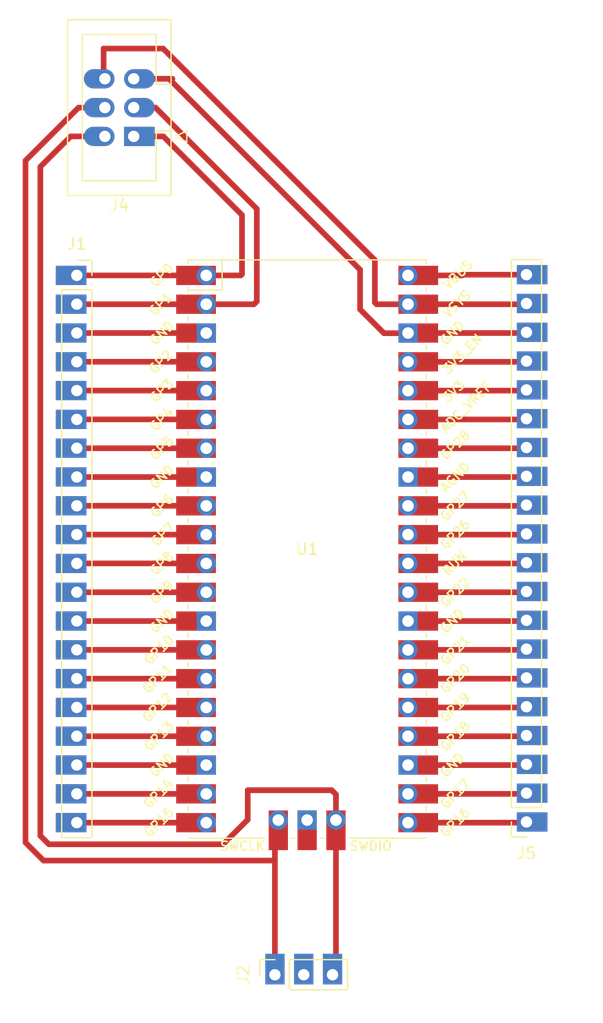
<source format=kicad_pcb>
(kicad_pcb (version 20211014) (generator pcbnew)
  (layers (0 "F.Cu" signal) (31 "B.Cu" signal) (34 "B.Paste" user) (35 "F.Paste" user) (36 "B.SilkS" user "B.Silkscreen") (37 "F.SilkS" user "F.Silkscreen") (38 "B.Mask" user) (39 "F.Mask" user) (44 "Edge.Cuts" user))
  (net 0 "")
  (net 1 "Net-(J1-Pad1)")
  (net 2 "Net-(J1-Pad2)")
  (net 3 "Net-(J1-Pad3)")
  (net 4 "Net-(J1-Pad4)")
  (net 5 "Net-(J1-Pad5)")
  (net 6 "Net-(J1-Pad6)")
  (net 7 "Net-(J1-Pad7)")
  (net 8 "Net-(J1-Pad8)")
  (net 9 "Net-(J1-Pad9)")
  (net 10 "Net-(J1-Pad10)")
  (net 11 "Net-(J1-Pad11)")
  (net 12 "Net-(J1-Pad12)")
  (net 13 "Net-(J1-Pad13)")
  (net 14 "Net-(J1-Pad14)")
  (net 15 "Net-(J1-Pad15)")
  (net 16 "Net-(J1-Pad16)")
  (net 17 "Net-(J1-Pad17)")
  (net 18 "Net-(J1-Pad18)")
  (net 19 "Net-(J1-Pad19)")
  (net 20 "Net-(J1-Pad20)")
  (net 21 "Net-(J2-Pad1)")
  (net 22 "Net-(J2-Pad3)")
  (net 23 "Net-(J4-Pad5)")
  (net 24 "Net-(J4-Pad6)")
  (net 25 "Net-(J5-Pad1)")
  (net 26 "Net-(J5-Pad2)")
  (net 27 "Net-(J5-Pad3)")
  (net 28 "Net-(J5-Pad4)")
  (net 29 "Net-(J5-Pad5)")
  (net 30 "Net-(J5-Pad6)")
  (net 31 "Net-(J5-Pad7)")
  (net 32 "Net-(J5-Pad8)")
  (net 33 "Net-(J5-Pad9)")
  (net 34 "Net-(J5-Pad10)")
  (net 35 "Net-(J5-Pad11)")
  (net 36 "Net-(J5-Pad12)")
  (net 37 "Net-(J5-Pad13)")
  (net 38 "Net-(J5-Pad14)")
  (net 39 "Net-(J5-Pad15)")
  (net 40 "Net-(J5-Pad16)")
  (net 41 "Net-(J5-Pad17)")
  (net 42 "Net-(J5-Pad20)")
  (footprint "Connector_IDC:IDC-Header_2x03_P2.54mm_Vertical" (layer "F.Cu") (at 117.1525 49.845 180)
    (fp_text reference "J4" (at 1.27 -6.1) (layer "F.SilkS"))
    (fp_text value "Conn_02x03_Odd_Even")
    (fp_line (start 5.83 -5.21) (end 5.83 10.29) (layer "F.SilkS") (width 0.12))
    (fp_line (start -4.68 -0.5) (end -4.68 0.5) (layer "F.SilkS") (width 0.12))
    (fp_line (start -3.68 0) (end -4.68 -0.5) (layer "F.SilkS") (width 0.12))
    (fp_line (start -3.29 -5.21) (end 5.83 -5.21) (layer "F.SilkS") (width 0.12))
    (fp_line (start 5.83 10.29) (end -3.29 10.29) (layer "F.SilkS") (width 0.12))
    (fp_line (start -3.29 0.49) (end -1.98 0.49) (layer "F.SilkS") (width 0.12))
    (fp_line (start -1.98 -3.91) (end 4.52 -3.91) (layer "F.SilkS") (width 0.12))
    (fp_line (start -4.68 0.5) (end -3.68 0) (layer "F.SilkS") (width 0.12))
    (fp_line (start -1.98 4.59) (end -1.98 4.59) (layer "F.SilkS") (width 0.12))
    (fp_line (start -1.98 4.59) (end -3.29 4.59) (layer "F.SilkS") (width 0.12))
    (fp_line (start -1.98 8.99) (end -1.98 4.59) (layer "F.SilkS") (width 0.12))
    (fp_line (start -3.29 10.29) (end -3.29 -5.21) (layer "F.SilkS") (width 0.12))
    (fp_line (start 4.52 -3.91) (end 4.52 8.99) (layer "F.SilkS") (width 0.12))
    (fp_line (start 4.52 8.99) (end -1.98 8.99) (layer "F.SilkS") (width 0.12))
    (fp_line (start -1.98 0.49) (end -1.98 -3.91) (layer "F.SilkS") (width 0.12))
    (pad "1" thru_hole rect (at 0 0 180) (size 2.7 1.7) (drill 1 (offset -0.5 0)) (layers *.Cu *.Mask) (net 1 "Net-(J1-Pad1)"))
    (pad "2" thru_hole oval (at 2.54 0 180) (size 2.7 1.7) (drill 1 (offset 0.5 0)) (layers *.Cu *.Mask) (net 22 "Net-(J2-Pad3)"))
    (pad "3" thru_hole oval (at 0 2.54 180) (size 2.7 1.7) (drill 1 (offset -0.5 0)) (layers *.Cu *.Mask) (net 2 "Net-(J1-Pad2)"))
    (pad "4" thru_hole oval (at 2.54 2.54 180) (size 2.7 1.7) (drill 1 (offset 0.5 0)) (layers *.Cu *.Mask) (net 21 "Net-(J2-Pad1)"))
    (pad "5" thru_hole oval (at 0 5.08 180) (size 2.7 1.7) (drill 1 (offset -0.5 0)) (layers *.Cu *.Mask) (net 23 "Net-(J4-Pad5)"))
    (pad "6" thru_hole oval (at 2.54 5.08 180) (size 2.7 1.7) (drill 1 (offset 0.5 0)) (layers *.Cu *.Mask) (net 24 "Net-(J4-Pad6)"))
  )
  (footprint "Connector_PinSocket_2.54mm:PinSocket_1x20_P2.54mm_Vertical" (layer "F.Cu") (at 112.1375 62.1)
    (fp_text reference "J1" (at 0 -2.77) (layer "F.SilkS"))
    (fp_text value "Conn_01x20_Male")
    (fp_line (start 1.33 -1.33) (end 1.33 0) (layer "F.SilkS") (width 0.12))
    (fp_line (start -1.33 1.27) (end -1.33 49.59) (layer "F.SilkS") (width 0.12))
    (fp_line (start -1.33 49.59) (end 1.33 49.59) (layer "F.SilkS") (width 0.12))
    (fp_line (start 0 -1.33) (end 1.33 -1.33) (layer "F.SilkS") (width 0.12))
    (fp_line (start 1.33 1.27) (end 1.33 49.59) (layer "F.SilkS") (width 0.12))
    (fp_line (start -1.33 1.27) (end 1.33 1.27) (layer "F.SilkS") (width 0.12))
    (pad "1" thru_hole rect locked (at 0 0) (size 2.7 1.7) (drill 1 (offset -0.5 0)) (layers *.Cu *.Mask) (net 1 "Net-(J1-Pad1)"))
    (pad "2" thru_hole rect (at 0 2.54) (size 2.7 1.7) (drill 1 (offset -0.5 0)) (layers *.Cu *.Mask) (net 2 "Net-(J1-Pad2)"))
    (pad "3" thru_hole rect (at 0 5.08) (size 2.7 1.7) (drill 1 (offset -0.5 0)) (layers *.Cu *.Mask) (net 3 "Net-(J1-Pad3)"))
    (pad "4" thru_hole rect (at 0 7.62) (size 2.7 1.7) (drill 1 (offset -0.5 0)) (layers *.Cu *.Mask) (net 4 "Net-(J1-Pad4)"))
    (pad "5" thru_hole rect (at 0 10.16) (size 2.7 1.7) (drill 1 (offset -0.5 0)) (layers *.Cu *.Mask) (net 5 "Net-(J1-Pad5)"))
    (pad "6" thru_hole rect (at 0 12.7) (size 2.7 1.7) (drill 1 (offset -0.5 0)) (layers *.Cu *.Mask) (net 6 "Net-(J1-Pad6)"))
    (pad "7" thru_hole rect (at 0 15.24) (size 2.7 1.7) (drill 1 (offset -0.5 0)) (layers *.Cu *.Mask) (net 7 "Net-(J1-Pad7)"))
    (pad "8" thru_hole rect (at 0 17.78) (size 2.7 1.7) (drill 1 (offset -0.5 0)) (layers *.Cu *.Mask) (net 8 "Net-(J1-Pad8)"))
    (pad "9" thru_hole rect (at 0 20.32) (size 2.7 1.7) (drill 1 (offset -0.5 0)) (layers *.Cu *.Mask) (net 9 "Net-(J1-Pad9)"))
    (pad "10" thru_hole rect (at 0 22.86) (size 2.7 1.7) (drill 1 (offset -0.5 0)) (layers *.Cu *.Mask) (net 10 "Net-(J1-Pad10)"))
    (pad "11" thru_hole rect (at 0 25.4) (size 2.7 1.7) (drill 1 (offset -0.5 0)) (layers *.Cu *.Mask) (net 11 "Net-(J1-Pad11)"))
    (pad "12" thru_hole rect (at 0 27.94) (size 2.7 1.7) (drill 1 (offset -0.5 0)) (layers *.Cu *.Mask) (net 12 "Net-(J1-Pad12)"))
    (pad "13" thru_hole rect (at 0 30.48) (size 2.7 1.7) (drill 1 (offset -0.5 0)) (layers *.Cu *.Mask) (net 13 "Net-(J1-Pad13)"))
    (pad "14" thru_hole rect (at 0 33.02) (size 2.7 1.7) (drill 1 (offset -0.5 0)) (layers *.Cu *.Mask) (net 14 "Net-(J1-Pad14)"))
    (pad "15" thru_hole rect (at 0 35.56) (size 2.7 1.7) (drill 1 (offset -0.5 0)) (layers *.Cu *.Mask) (net 15 "Net-(J1-Pad15)"))
    (pad "16" thru_hole rect (at 0 38.1) (size 2.7 1.7) (drill 1 (offset -0.5 0)) (layers *.Cu *.Mask) (net 16 "Net-(J1-Pad16)"))
    (pad "17" thru_hole rect (at 0 40.64) (size 2.7 1.7) (drill 1 (offset -0.5 0)) (layers *.Cu *.Mask) (net 17 "Net-(J1-Pad17)"))
    (pad "18" thru_hole rect (at 0 43.18) (size 2.7 1.7) (drill 1 (offset -0.5 0)) (layers *.Cu *.Mask) (net 18 "Net-(J1-Pad18)"))
    (pad "19" thru_hole rect (at 0 45.72) (size 2.7 1.7) (drill 1 (offset -0.5 0)) (layers *.Cu *.Mask) (net 19 "Net-(J1-Pad19)"))
    (pad "20" thru_hole rect (at 0 48.26) (size 2.7 1.7) (drill 1 (offset -0.5 0)) (layers *.Cu *.Mask) (net 20 "Net-(J1-Pad20)"))
  )
  (footprint "Connector_PinSocket_2.54mm:PinSocket_1x03_P2.54mm_Vertical" (layer "F.Cu") (at 129.595 123.775 90)
    (fp_text reference "J2" (at 0 -2.77 90) (layer "F.SilkS"))
    (fp_text value "Conn_01x03_Male")
    (fp_line (start -1.33 1.27) (end -1.33 6.41) (layer "F.SilkS") (width 0.12))
    (fp_line (start 1.33 -1.33) (end 1.33 0) (layer "F.SilkS") (width 0.12))
    (fp_line (start 0 -1.33) (end 1.33 -1.33) (layer "F.SilkS") (width 0.12))
    (fp_line (start -1.33 1.27) (end 1.33 1.27) (layer "F.SilkS") (width 0.12))
    (fp_line (start -1.33 6.41) (end 1.33 6.41) (layer "F.SilkS") (width 0.12))
    (fp_line (start 1.33 1.27) (end 1.33 6.41) (layer "F.SilkS") (width 0.12))
    (pad "1" thru_hole rect (at 0 0 90) (size 2.7 1.7) (drill 1 (offset 0.5 0)) (layers *.Cu *.Mask) (net 21 "Net-(J2-Pad1)"))
    (pad "2" thru_hole rect (at 0 2.54 90) (size 2.7 1.7) (drill 1 (offset 0.5 0)) (layers *.Cu *.Mask))
    (pad "3" thru_hole rect (at 0 5.08 90) (size 2.7 1.7) (drill 1 (offset 0.5 0)) (layers *.Cu *.Mask) (net 22 "Net-(J2-Pad3)"))
  )
  (footprint "MCU_RaspberryPi_and_Boards:RPi_Pico_SMD_TH" (layer "F.Cu") (at 132.435 86.235)
    (fp_text reference "U1" (at 0 0) (layer "F.SilkS"))
    (fp_text value "Pico")
    (fp_text user "GP21" (at 13.054 8.9 45) (layer "F.SilkS") (effects (font (size 0.8 0.8))))
    (fp_text user "GP8" (at -12.8 1.27 45) (layer "F.SilkS") (effects (font (size 0.8 0.8))))
    (fp_text user "VBUS" (at 13.3 -24.2 45) (layer "F.SilkS") (effects (font (size 0.8 0.8))))
    (fp_text user "GND" (at -12.8 -19.05 45) (layer "F.SilkS") (effects (font (size 0.8 0.8))))
    (fp_text user "GP1" (at -12.9 -21.6 45) (layer "F.SilkS") (effects (font (size 0.8 0.8))))
    (fp_text user "GP19" (at 13.054 13.97 45) (layer "F.SilkS") (effects (font (size 0.8 0.8))))
    (fp_text user "GP18" (at 13.054 16.51 45) (layer "F.SilkS") (effects (font (size 0.8 0.8))))
    (fp_text user "GP4" (at -12.8 -11.43 45) (layer "F.SilkS") (effects (font (size 0.8 0.8))))
    (fp_text user "GP9" (at -12.8 3.81 45) (layer "F.SilkS") (effects (font (size 0.8 0.8))))
    (fp_text user "GND" (at 12.8 6.35 45) (layer "F.SilkS") (effects (font (size 0.8 0.8))))
    (fp_text user "GP20" (at 13.054 11.43 45) (layer "F.SilkS") (effects (font (size 0.8 0.8))))
    (fp_text user "RUN" (at 13 1.27 45) (layer "F.SilkS") (effects (font (size 0.8 0.8))))
    (fp_text user "GP3" (at -12.8 -13.97 45) (layer "F.SilkS") (effects (font (size 0.8 0.8))))
    (fp_text user "GP7" (at -12.7 -1.3 45) (layer "F.SilkS") (effects (font (size 0.8 0.8))))
    (fp_text user "GP10" (at -13.054 8.89 45) (layer "F.SilkS") (effects (font (size 0.8 0.8))))
    (fp_text user "GP6" (at -12.8 -3.81 45) (layer "F.SilkS") (effects (font (size 0.8 0.8))))
    (fp_text user "3V3_EN" (at 13.7 -17.2 45) (layer "F.SilkS") (effects (font (size 0.8 0.8))))
    (fp_text user "GP2" (at -12.9 -16.51 45) (layer "F.SilkS") (effects (font (size 0.8 0.8))))
    (fp_text user "GP22" (at 13.054 3.81 45) (layer "F.SilkS") (effects (font (size 0.8 0.8))))
    (fp_text user "GND" (at 12.8 19.05 45) (layer "F.SilkS") (effects (font (size 0.8 0.8))))
    (fp_text user "GP17" (at 13.054 21.59 45) (layer "F.SilkS") (effects (font (size 0.8 0.8))))
    (fp_text user "GP0" (at -12.8 -24.13 45) (layer "F.SilkS") (effects (font (size 0.8 0.8))))
    (fp_text user "GP28" (at 13.054 -9.144 45) (layer "F.SilkS") (effects (font (size 0.8 0.8))))
    (fp_text user "GP5" (at -12.8 -8.89 45) (layer "F.SilkS") (effects (font (size 0.8 0.8))))
    (fp_text user "GND" (at -12.8 19.05 45) (layer "F.SilkS") (effects (font (size 0.8 0.8))))
    (fp_text user "GP26" (at 13.054 -1.27 45) (layer "F.SilkS") (effects (font (size 0.8 0.8))))
    (fp_text user "GP13" (at -13.054 16.51 45) (layer "F.SilkS") (effects (font (size 0.8 0.8))))
    (fp_text user "GP15" (at -13.054 24.13 45) (layer "F.SilkS") (effects (font (size 0.8 0.8))))
    (fp_text user "GP16" (at 13.054 24.13 45) (layer "F.SilkS") (effects (font (size 0.8 0.8))))
    (fp_text user "3V3" (at 12.9 -13.9 45) (layer "F.SilkS") (effects (font (size 0.8 0.8))))
    (fp_text user "SWCLK" (at -5.7 26.2) (layer "F.SilkS") (effects (font (size 0.8 0.8))))
    (fp_text user "VSYS" (at 13.2 -21.59 45) (layer "F.SilkS") (effects (font (size 0.8 0.8))))
    (fp_text user "GP11" (at -13.2 11.43 45) (layer "F.SilkS") (effects (font (size 0.8 0.8))))
    (fp_text user "GND" (at 12.8 -19.05 45) (layer "F.SilkS") (effects (font (size 0.8 0.8))))
    (fp_text user "GND" (at -12.8 6.35 45) (layer "F.SilkS") (effects (font (size 0.8 0.8))))
    (fp_text user "ADC_VREF" (at 14 -12.5 45) (layer "F.SilkS") (effects (font (size 0.8 0.8))))
    (fp_text user "GP14" (at -13.1 21.59 45) (layer "F.SilkS") (effects (font (size 0.8 0.8))))
    (fp_text user "AGND" (at 13.054 -6.35 45) (layer "F.SilkS") (effects (font (size 0.8 0.8))))
    (fp_text user "GP12" (at -13.2 13.97 45) (layer "F.SilkS") (effects (font (size 0.8 0.8))))
    (fp_text user "GND" (at -12.8 -6.35 45) (layer "F.SilkS") (effects (font (size 0.8 0.8))))
    (fp_text user "GP27" (at 13.054 -3.8 45) (layer "F.SilkS") (effects (font (size 0.8 0.8))))
    (fp_text user "SWDIO" (at 5.6 26.2) (layer "F.SilkS") (effects (font (size 0.8 0.8))))
    (fp_line (start 10.5 10) (end 10.5 10.4) (layer "F.SilkS") (width 0.12))
    (fp_line (start 10.5 -2.7) (end 10.5 -2.3) (layer "F.SilkS") (width 0.12))
    (fp_line (start 10.5 20.1) (end 10.5 20.5) (layer "F.SilkS") (width 0.12))
    (fp_line (start 10.5 17.6) (end 10.5 18) (layer "F.SilkS") (width 0.12))
    (fp_line (start 10.5 -0.2) (end 10.5 0.2) (layer "F.SilkS") (width 0.12))
    (fp_line (start 10.5 2.3) (end 10.5 2.7) (layer "F.SilkS") (width 0.12))
    (fp_line (start -7.493 -22.833) (end -7.493 -25.5) (layer "F.SilkS") (width 0.12))
    (fp_line (start -10.5 -5.3) (end -10.5 -4.9) (layer "F.SilkS") (width 0.12))
    (fp_line (start 10.5 22.7) (end 10.5 23.1) (layer "F.SilkS") (width 0.12))
    (fp_line (start 10.5 25.5) (end 3.7 25.5) (layer "F.SilkS") (width 0.12))
    (fp_line (start -10.5 10) (end -10.5 10.4) (layer "F.SilkS") (width 0.12))
    (fp_line (start -10.5 2.3) (end -10.5 2.7) (layer "F.SilkS") (width 0.12))
    (fp_line (start 10.5 -5.3) (end 10.5 -4.9) (layer "F.SilkS") (width 0.12))
    (fp_line (start 10.5 15.1) (end 10.5 15.5) (layer "F.SilkS") (width 0.12))
    (fp_line (start -10.5 -22.833) (end -7.493 -22.833) (layer "F.SilkS") (width 0.12))
    (fp_line (start 1.1 25.5) (end 1.5 25.5) (layer "F.SilkS") (width 0.12))
    (fp_line (start -10.5 15.1) (end -10.5 15.5) (layer "F.SilkS") (width 0.12))
    (fp_line (start -10.5 -12.9) (end -10.5 -12.5) (layer "F.SilkS") (width 0.12))
    (fp_line (start -10.5 -0.2) (end -10.5 0.2) (layer "F.SilkS") (width 0.12))
    (fp_line (start -3.7 25.5) (end -10.5 25.5) (layer "F.SilkS") (width 0.12))
    (fp_line (start -10.5 -7.8) (end -10.5 -7.4) (layer "F.SilkS") (width 0.12))
    (fp_line (start 10.5 -20.5) (end 10.5 -20.1) (layer "F.SilkS") (width 0.12))
    (fp_line (start 10.5 12.5) (end 10.5 12.9) (layer "F.SilkS") (width 0.12))
    (fp_line (start -10.5 -25.5) (end 10.5 -25.5) (layer "F.SilkS") (width 0.12))
    (fp_line (start 10.5 -15.4) (end 10.5 -15) (layer "F.SilkS") (width 0.12))
    (fp_line (start -10.5 -2.7) (end -10.5 -2.3) (layer "F.SilkS") (width 0.12))
    (fp_line (start -10.5 -20.5) (end -10.5 -20.1) (layer "F.SilkS") (width 0.12))
    (fp_line (start -10.5 20.1) (end -10.5 20.5) (layer "F.SilkS") (width 0.12))
    (fp_line (start -10.5 22.7) (end -10.5 23.1) (layer "F.SilkS") (width 0.12))
    (fp_line (start -10.5 -10.4) (end -10.5 -10) (layer "F.SilkS") (width 0.12))
    (fp_line (start 10.5 -10.4) (end 10.5 -10) (layer "F.SilkS") (width 0.12))
    (fp_line (start 10.5 -23.1) (end 10.5 -22.7) (layer "F.SilkS") (width 0.12))
    (fp_line (start -10.5 -18) (end -10.5 -17.6) (layer "F.SilkS") (width 0.12))
    (fp_line (start -10.5 -25.5) (end -10.5 -25.2) (layer "F.SilkS") (width 0.12))
    (fp_line (start 10.5 -7.8) (end 10.5 -7.4) (layer "F.SilkS") (width 0.12))
    (fp_line (start -10.5 4.9) (end -10.5 5.3) (layer "F.SilkS") (width 0.12))
    (fp_line (start 10.5 -18) (end 10.5 -17.6) (layer "F.SilkS") (width 0.12))
    (fp_line (start -1.5 25.5) (end -1.1 25.5) (layer "F.SilkS") (width 0.12))
    (fp_line (start -10.5 -23.1) (end -10.5 -22.7) (layer "F.SilkS") (width 0.12))
    (fp_line (start 10.5 4.9) (end 10.5 5.3) (layer "F.SilkS") (width 0.12))
    (fp_line (start -10.5 17.6) (end -10.5 18) (layer "F.SilkS") (width 0.12))
    (fp_line (start -10.5 -15.4) (end -10.5 -15) (layer "F.SilkS") (width 0.12))
    (fp_line (start -10.5 12.5) (end -10.5 12.9) (layer "F.SilkS") (width 0.12))
    (fp_line (start 10.5 -12.9) (end 10.5 -12.5) (layer "F.SilkS") (width 0.12))
    (fp_line (start -10.5 7.4) (end -10.5 7.8) (layer "F.SilkS") (width 0.12))
    (fp_line (start 10.5 -25.5) (end 10.5 -25.2) (layer "F.SilkS") (width 0.12))
    (fp_line (start 10.5 7.4) (end 10.5 7.8) (layer "F.SilkS") (width 0.12))
    (pad "" np_thru_hole oval (at 2.425 -20.97) (size 1.5 1.5) (drill 1.5) (layers *.Cu *.Mask))
    (pad "" np_thru_hole oval (at 2.725 -24) (size 1.8 1.8) (drill 1.8) (layers *.Cu *.Mask))
    (pad "" np_thru_hole oval (at -2.425 -20.97) (size 1.5 1.5) (drill 1.5) (layers *.Cu *.Mask))
    (pad "" np_thru_hole oval (at -2.725 -24) (size 1.8 1.8) (drill 1.8) (layers *.Cu *.Mask))
    (pad "1" thru_hole oval (at -8.89 -24.13) (size 1.7 1.7) (drill 1.02) (layers *.Cu *.Mask) (net 1 "Net-(J1-Pad1)"))
    (pad "1" smd rect (at -8.89 -24.13) (size 3.5 1.7) (drill (offset -0.9 0)) (layers "F.Cu" "F.Mask") (net 1 "Net-(J1-Pad1)"))
    (pad "2" thru_hole oval (at -8.89 -21.59) (size 1.7 1.7) (drill 1.02) (layers *.Cu *.Mask) (net 2 "Net-(J1-Pad2)"))
    (pad "2" smd rect (at -8.89 -21.59) (size 3.5 1.7) (drill (offset -0.9 0)) (layers "F.Cu" "F.Mask") (net 2 "Net-(J1-Pad2)"))
    (pad "3" thru_hole rect (at -8.89 -19.05) (size 1.7 1.7) (drill 1.02) (layers *.Cu *.Mask) (net 3 "Net-(J1-Pad3)"))
    (pad "3" smd rect (at -8.89 -19.05) (size 3.5 1.7) (drill (offset -0.9 0)) (layers "F.Cu" "F.Mask") (net 3 "Net-(J1-Pad3)"))
    (pad "4" smd rect (at -8.89 -16.51) (size 3.5 1.7) (drill (offset -0.9 0)) (layers "F.Cu" "F.Mask") (net 4 "Net-(J1-Pad4)"))
    (pad "4" thru_hole oval (at -8.89 -16.51) (size 1.7 1.7) (drill 1.02) (layers *.Cu *.Mask) (net 4 "Net-(J1-Pad4)"))
    (pad "5" smd rect (at -8.89 -13.97) (size 3.5 1.7) (drill (offset -0.9 0)) (layers "F.Cu" "F.Mask") (net 5 "Net-(J1-Pad5)"))
    (pad "5" thru_hole oval (at -8.89 -13.97) (size 1.7 1.7) (drill 1.02) (layers *.Cu *.Mask) (net 5 "Net-(J1-Pad5)"))
    (pad "6" smd rect (at -8.89 -11.43) (size 3.5 1.7) (drill (offset -0.9 0)) (layers "F.Cu" "F.Mask") (net 6 "Net-(J1-Pad6)"))
    (pad "6" thru_hole oval (at -8.89 -11.43) (size 1.7 1.7) (drill 1.02) (layers *.Cu *.Mask) (net 6 "Net-(J1-Pad6)"))
    (pad "7" thru_hole oval (at -8.89 -8.89) (size 1.7 1.7) (drill 1.02) (layers *.Cu *.Mask) (net 7 "Net-(J1-Pad7)"))
    (pad "7" smd rect (at -8.89 -8.89) (size 3.5 1.7) (drill (offset -0.9 0)) (layers "F.Cu" "F.Mask") (net 7 "Net-(J1-Pad7)"))
    (pad "8" thru_hole rect (at -8.89 -6.35) (size 1.7 1.7) (drill 1.02) (layers *.Cu *.Mask) (net 8 "Net-(J1-Pad8)"))
    (pad "8" smd rect (at -8.89 -6.35) (size 3.5 1.7) (drill (offset -0.9 0)) (layers "F.Cu" "F.Mask") (net 8 "Net-(J1-Pad8)"))
    (pad "9" smd rect (at -8.89 -3.81) (size 3.5 1.7) (drill (offset -0.9 0)) (layers "F.Cu" "F.Mask") (net 9 "Net-(J1-Pad9)"))
    (pad "9" thru_hole oval (at -8.89 -3.81) (size 1.7 1.7) (drill 1.02) (layers *.Cu *.Mask) (net 9 "Net-(J1-Pad9)"))
    (pad "10" smd rect (at -8.89 -1.27) (size 3.5 1.7) (drill (offset -0.9 0)) (layers "F.Cu" "F.Mask") (net 10 "Net-(J1-Pad10)"))
    (pad "10" thru_hole oval (at -8.89 -1.27) (size 1.7 1.7) (drill 1.02) (layers *.Cu *.Mask) (net 10 "Net-(J1-Pad10)"))
    (pad "11" smd rect (at -8.89 1.27) (size 3.5 1.7) (drill (offset -0.9 0)) (layers "F.Cu" "F.Mask") (net 11 "Net-(J1-Pad11)"))
    (pad "11" thru_hole oval (at -8.89 1.27) (size 1.7 1.7) (drill 1.02) (layers *.Cu *.Mask) (net 11 "Net-(J1-Pad11)"))
    (pad "12" thru_hole oval (at -8.89 3.81) (size 1.7 1.7) (drill 1.02) (layers *.Cu *.Mask) (net 12 "Net-(J1-Pad12)"))
    (pad "12" smd rect (at -8.89 3.81) (size 3.5 1.7) (drill (offset -0.9 0)) (layers "F.Cu" "F.Mask") (net 12 "Net-(J1-Pad12)"))
    (pad "13" thru_hole rect (at -8.89 6.35) (size 1.7 1.7) (drill 1.02) (layers *.Cu *.Mask) (net 13 "Net-(J1-Pad13)"))
    (pad "13" smd rect (at -8.89 6.35) (size 3.5 1.7) (drill (offset -0.9 0)) (layers "F.Cu" "F.Mask") (net 13 "Net-(J1-Pad13)"))
    (pad "14" thru_hole oval (at -8.89 8.89) (size 1.7 1.7) (drill 1.02) (layers *.Cu *.Mask) (net 14 "Net-(J1-Pad14)"))
    (pad "14" smd rect (at -8.89 8.89) (size 3.5 1.7) (drill (offset -0.9 0)) (layers "F.Cu" "F.Mask") (net 14 "Net-(J1-Pad14)"))
    (pad "15" thru_hole oval (at -8.89 11.43) (size 1.7 1.7) (drill 1.02) (layers *.Cu *.Mask) (net 15 "Net-(J1-Pad15)"))
    (pad "15" smd rect (at -8.89 11.43) (size 3.5 1.7) (drill (offset -0.9 0)) (layers "F.Cu" "F.Mask") (net 15 "Net-(J1-Pad15)"))
    (pad "16" thru_hole oval (at -8.89 13.97) (size 1.7 1.7) (drill 1.02) (layers *.Cu *.Mask) (net 16 "Net-(J1-Pad16)"))
    (pad "16" smd rect (at -8.89 13.97) (size 3.5 1.7) (drill (offset -0.9 0)) (layers "F.Cu" "F.Mask") (net 16 "Net-(J1-Pad16)"))
    (pad "17" smd rect (at -8.89 16.51) (size 3.5 1.7) (drill (offset -0.9 0)) (layers "F.Cu" "F.Mask") (net 17 "Net-(J1-Pad17)"))
    (pad "17" thru_hole oval (at -8.89 16.51) (size 1.7 1.7) (drill 1.02) (layers *.Cu *.Mask) (net 17 "Net-(J1-Pad17)"))
    (pad "18" thru_hole rect (at -8.89 19.05) (size 1.7 1.7) (drill 1.02) (layers *.Cu *.Mask) (net 18 "Net-(J1-Pad18)"))
    (pad "18" smd rect (at -8.89 19.05) (size 3.5 1.7) (drill (offset -0.9 0)) (layers "F.Cu" "F.Mask") (net 18 "Net-(J1-Pad18)"))
    (pad "19" thru_hole oval (at -8.89 21.59) (size 1.7 1.7) (drill 1.02) (layers *.Cu *.Mask) (net 19 "Net-(J1-Pad19)"))
    (pad "19" smd rect (at -8.89 21.59) (size 3.5 1.7) (drill (offset -0.9 0)) (layers "F.Cu" "F.Mask") (net 19 "Net-(J1-Pad19)"))
    (pad "20" thru_hole oval (at -8.89 24.13) (size 1.7 1.7) (drill 1.02) (layers *.Cu *.Mask) (net 20 "Net-(J1-Pad20)"))
    (pad "20" smd rect (at -8.89 24.13) (size 3.5 1.7) (drill (offset -0.9 0)) (layers "F.Cu" "F.Mask") (net 20 "Net-(J1-Pad20)"))
    (pad "21" smd rect (at 8.89 24.13) (size 3.5 1.7) (drill (offset 0.9 0)) (layers "F.Cu" "F.Mask") (net 25 "Net-(J5-Pad1)"))
    (pad "21" thru_hole oval (at 8.89 24.13) (size 1.7 1.7) (drill 1.02) (layers *.Cu *.Mask) (net 25 "Net-(J5-Pad1)"))
    (pad "22" smd rect (at 8.89 21.59) (size 3.5 1.7) (drill (offset 0.9 0)) (layers "F.Cu" "F.Mask") (net 26 "Net-(J5-Pad2)"))
    (pad "22" thru_hole oval (at 8.89 21.59) (size 1.7 1.7) (drill 1.02) (layers *.Cu *.Mask) (net 26 "Net-(J5-Pad2)"))
    (pad "23" smd rect (at 8.89 19.05) (size 3.5 1.7) (drill (offset 0.9 0)) (layers "F.Cu" "F.Mask") (net 27 "Net-(J5-Pad3)"))
    (pad "23" thru_hole rect (at 8.89 19.05) (size 1.7 1.7) (drill 1.02) (layers *.Cu *.Mask) (net 27 "Net-(J5-Pad3)"))
    (pad "24" smd rect (at 8.89 16.51) (size 3.5 1.7) (drill (offset 0.9 0)) (layers "F.Cu" "F.Mask") (net 28 "Net-(J5-Pad4)"))
    (pad "24" thru_hole oval (at 8.89 16.51) (size 1.7 1.7) (drill 1.02) (layers *.Cu *.Mask) (net 28 "Net-(J5-Pad4)"))
    (pad "25" smd rect (at 8.89 13.97) (size 3.5 1.7) (drill (offset 0.9 0)) (layers "F.Cu" "F.Mask") (net 29 "Net-(J5-Pad5)"))
    (pad "25" thru_hole oval (at 8.89 13.97) (size 1.7 1.7) (drill 1.02) (layers *.Cu *.Mask) (net 29 "Net-(J5-Pad5)"))
    (pad "26" smd rect (at 8.89 11.43) (size 3.5 1.7) (drill (offset 0.9 0)) (layers "F.Cu" "F.Mask") (net 30 "Net-(J5-Pad6)"))
    (pad "26" thru_hole oval (at 8.89 11.43) (size 1.7 1.7) (drill 1.02) (layers *.Cu *.Mask) (net 30 "Net-(J5-Pad6)"))
    (pad "27" smd rect (at 8.89 8.89) (size 3.5 1.7) (drill (offset 0.9 0)) (layers "F.Cu" "F.Mask") (net 31 "Net-(J5-Pad7)"))
    (pad "27" thru_hole oval (at 8.89 8.89) (size 1.7 1.7) (drill 1.02) (layers *.Cu *.Mask) (net 31 "Net-(J5-Pad7)"))
    (pad "28" smd rect (at 8.89 6.35) (size 3.5 1.7) (drill (offset 0.9 0)) (layers "F.Cu" "F.Mask") (net 32 "Net-(J5-Pad8)"))
    (pad "28" thru_hole rect (at 8.89 6.35) (size 1.7 1.7) (drill 1.02) (layers *.Cu *.Mask) (net 32 "Net-(J5-Pad8)"))
    (pad "29" smd rect (at 8.89 3.81) (size 3.5 1.7) (drill (offset 0.9 0)) (layers "F.Cu" "F.Mask") (net 33 "Net-(J5-Pad9)"))
    (pad "29" thru_hole oval (at 8.89 3.81) (size 1.7 1.7) (drill 1.02) (layers *.Cu *.Mask) (net 33 "Net-(J5-Pad9)"))
    (pad "30" smd rect (at 8.89 1.27) (size 3.5 1.7) (drill (offset 0.9 0)) (layers "F.Cu" "F.Mask") (net 34 "Net-(J5-Pad10)"))
    (pad "30" thru_hole oval (at 8.89 1.27) (size 1.7 1.7) (drill 1.02) (layers *.Cu *.Mask) (net 34 "Net-(J5-Pad10)"))
    (pad "31" thru_hole oval (at 8.89 -1.27) (size 1.7 1.7) (drill 1.02) (layers *.Cu *.Mask) (net 35 "Net-(J5-Pad11)"))
    (pad "31" smd rect (at 8.89 -1.27) (size 3.5 1.7) (drill (offset 0.9 0)) (layers "F.Cu" "F.Mask") (net 35 "Net-(J5-Pad11)"))
    (pad "32" smd rect (at 8.89 -3.81) (size 3.5 1.7) (drill (offset 0.9 0)) (layers "F.Cu" "F.Mask") (net 36 "Net-(J5-Pad12)"))
    (pad "32" thru_hole oval (at 8.89 -3.81) (size 1.7 1.7) (drill 1.02) (layers *.Cu *.Mask) (net 36 "Net-(J5-Pad12)"))
    (pad "33" thru_hole rect (at 8.89 -6.35) (size 1.7 1.7) (drill 1.02) (layers *.Cu *.Mask) (net 37 "Net-(J5-Pad13)"))
    (pad "33" smd rect (at 8.89 -6.35) (size 3.5 1.7) (drill (offset 0.9 0)) (layers "F.Cu" "F.Mask") (net 37 "Net-(J5-Pad13)"))
    (pad "34" thru_hole oval (at 8.89 -8.89) (size 1.7 1.7) (drill 1.02) (layers *.Cu *.Mask) (net 38 "Net-(J5-Pad14)"))
    (pad "34" smd rect (at 8.89 -8.89) (size 3.5 1.7) (drill (offset 0.9 0)) (layers "F.Cu" "F.Mask") (net 38 "Net-(J5-Pad14)"))
    (pad "35" smd rect (at 8.89 -11.43) (size 3.5 1.7) (drill (offset 0.9 0)) (layers "F.Cu" "F.Mask") (net 39 "Net-(J5-Pad15)"))
    (pad "35" thru_hole oval (at 8.89 -11.43) (size 1.7 1.7) (drill 1.02) (layers *.Cu *.Mask) (net 39 "Net-(J5-Pad15)"))
    (pad "36" smd rect (at 8.89 -13.97) (size 3.5 1.7) (drill (offset 0.9 0)) (layers "F.Cu" "F.Mask") (net 40 "Net-(J5-Pad16)"))
    (pad "36" thru_hole oval (at 8.89 -13.97) (size 1.7 1.7) (drill 1.02) (layers *.Cu *.Mask) (net 40 "Net-(J5-Pad16)"))
    (pad "37" thru_hole oval (at 8.89 -16.51) (size 1.7 1.7) (drill 1.02) (layers *.Cu *.Mask) (net 41 "Net-(J5-Pad17)"))
    (pad "37" smd rect (at 8.89 -16.51) (size 3.5 1.7) (drill (offset 0.9 0)) (layers "F.Cu" "F.Mask") (net 41 "Net-(J5-Pad17)"))
    (pad "38" smd rect (at 8.89 -19.05) (size 3.5 1.7) (drill (offset 0.9 0)) (layers "F.Cu" "F.Mask") (net 23 "Net-(J4-Pad5)"))
    (pad "38" thru_hole rect (at 8.89 -19.05) (size 1.7 1.7) (drill 1.02) (layers *.Cu *.Mask) (net 23 "Net-(J4-Pad5)"))
    (pad "39" thru_hole oval (at 8.89 -21.59) (size 1.7 1.7) (drill 1.02) (layers *.Cu *.Mask) (net 24 "Net-(J4-Pad6)"))
    (pad "39" smd rect (at 8.89 -21.59) (size 3.5 1.7) (drill (offset 0.9 0)) (layers "F.Cu" "F.Mask") (net 24 "Net-(J4-Pad6)"))
    (pad "40" thru_hole oval (at 8.89 -24.13) (size 1.7 1.7) (drill 1.02) (layers *.Cu *.Mask) (net 42 "Net-(J5-Pad20)"))
    (pad "40" smd rect (at 8.89 -24.13) (size 3.5 1.7) (drill (offset 0.9 0)) (layers "F.Cu" "F.Mask") (net 42 "Net-(J5-Pad20)"))
    (pad "41" thru_hole oval (at -2.54 23.9) (size 1.7 1.7) (drill 1.02) (layers *.Cu *.Mask) (net 21 "Net-(J2-Pad1)"))
    (pad "41" smd rect (at -2.54 23.9 90) (size 3.5 1.7) (drill (offset -0.9 0)) (layers "F.Cu" "F.Mask") (net 21 "Net-(J2-Pad1)"))
    (pad "42" smd rect (at 0 23.9 90) (size 3.5 1.7) (drill (offset -0.9 0)) (layers "F.Cu" "F.Mask"))
    (pad "42" thru_hole rect (at 0 23.9) (size 1.7 1.7) (drill 1.02) (layers *.Cu *.Mask))
    (pad "43" thru_hole oval (at 2.54 23.9) (size 1.7 1.7) (drill 1.02) (layers *.Cu *.Mask) (net 22 "Net-(J2-Pad3)"))
    (pad "43" smd rect (at 2.54 23.9 90) (size 3.5 1.7) (drill (offset -0.9 0)) (layers "F.Cu" "F.Mask") (net 22 "Net-(J2-Pad3)"))
  )
  (footprint "Connector_PinSocket_2.54mm:PinSocket_1x20_P2.54mm_Vertical" (layer "F.Cu") (at 151.7625 110.3 180)
    (fp_text reference "J5" (at 0 -2.77) (layer "F.SilkS"))
    (fp_text value "Conn_01x20_Male")
    (fp_line (start -1.33 49.59) (end 1.33 49.59) (layer "F.SilkS") (width 0.12))
    (fp_line (start -1.33 1.27) (end -1.33 49.59) (layer "F.SilkS") (width 0.12))
    (fp_line (start 0 -1.33) (end 1.33 -1.33) (layer "F.SilkS") (width 0.12))
    (fp_line (start 1.33 -1.33) (end 1.33 0) (layer "F.SilkS") (width 0.12))
    (fp_line (start -1.33 1.27) (end 1.33 1.27) (layer "F.SilkS") (width 0.12))
    (fp_line (start 1.33 1.27) (end 1.33 49.59) (layer "F.SilkS") (width 0.12))
    (pad "1" thru_hole rect (at 0 0 180) (size 2.7 1.7) (drill 1 (offset -0.5 0)) (layers *.Cu *.Mask) (net 25 "Net-(J5-Pad1)"))
    (pad "2" thru_hole rect (at 0 2.54 180) (size 2.7 1.7) (drill 1 (offset -0.5 0)) (layers *.Cu *.Mask) (net 26 "Net-(J5-Pad2)"))
    (pad "3" thru_hole rect (at 0 5.08 180) (size 2.7 1.7) (drill 1 (offset -0.5 0)) (layers *.Cu *.Mask) (net 27 "Net-(J5-Pad3)"))
    (pad "4" thru_hole rect (at 0 7.62 180) (size 2.7 1.7) (drill 1 (offset -0.5 0)) (layers *.Cu *.Mask) (net 28 "Net-(J5-Pad4)"))
    (pad "5" thru_hole rect (at 0 10.16 180) (size 2.7 1.7) (drill 1 (offset -0.5 0)) (layers *.Cu *.Mask) (net 29 "Net-(J5-Pad5)"))
    (pad "6" thru_hole rect (at 0 12.7 180) (size 2.7 1.7) (drill 1 (offset -0.5 0)) (layers *.Cu *.Mask) (net 30 "Net-(J5-Pad6)"))
    (pad "7" thru_hole rect (at 0 15.24 180) (size 2.7 1.7) (drill 1 (offset -0.5 0)) (layers *.Cu *.Mask) (net 31 "Net-(J5-Pad7)"))
    (pad "8" thru_hole rect (at 0 17.78 180) (size 2.7 1.7) (drill 1 (offset -0.5 0)) (layers *.Cu *.Mask) (net 32 "Net-(J5-Pad8)"))
    (pad "9" thru_hole rect (at 0 20.32 180) (size 2.7 1.7) (drill 1 (offset -0.5 0)) (layers *.Cu *.Mask) (net 33 "Net-(J5-Pad9)"))
    (pad "10" thru_hole rect (at 0 22.86 180) (size 2.7 1.7) (drill 1 (offset -0.5 0)) (layers *.Cu *.Mask) (net 34 "Net-(J5-Pad10)"))
    (pad "11" thru_hole rect (at 0 25.4 180) (size 2.7 1.7) (drill 1 (offset -0.5 0)) (layers *.Cu *.Mask) (net 35 "Net-(J5-Pad11)"))
    (pad "12" thru_hole rect (at 0 27.94 180) (size 2.7 1.7) (drill 1 (offset -0.5 0)) (layers *.Cu *.Mask) (net 36 "Net-(J5-Pad12)"))
    (pad "13" thru_hole rect (at 0 30.48 180) (size 2.7 1.7) (drill 1 (offset -0.5 0)) (layers *.Cu *.Mask) (net 37 "Net-(J5-Pad13)"))
    (pad "14" thru_hole rect (at 0 33.02 180) (size 2.7 1.7) (drill 1 (offset -0.5 0)) (layers *.Cu *.Mask) (net 38 "Net-(J5-Pad14)"))
    (pad "15" thru_hole rect (at 0 35.56 180) (size 2.7 1.7) (drill 1 (offset -0.5 0)) (layers *.Cu *.Mask) (net 39 "Net-(J5-Pad15)"))
    (pad "16" thru_hole rect (at 0 38.1 180) (size 2.7 1.7) (drill 1 (offset -0.5 0)) (layers *.Cu *.Mask) (net 40 "Net-(J5-Pad16)"))
    (pad "17" thru_hole rect (at 0 40.64 180) (size 2.7 1.7) (drill 1 (offset -0.5 0)) (layers *.Cu *.Mask) (net 41 "Net-(J5-Pad17)"))
    (pad "18" thru_hole rect (at 0 43.18 180) (size 2.7 1.7) (drill 1 (offset -0.5 0)) (layers *.Cu *.Mask) (net 23 "Net-(J4-Pad5)"))
    (pad "19" thru_hole rect (at 0 45.72 180) (size 2.7 1.7) (drill 1 (offset -0.5 0)) (layers *.Cu *.Mask) (net 24 "Net-(J4-Pad6)"))
    (pad "20" thru_hole rect (at 0 48.26 180) (size 2.7 1.7) (drill 1 (offset -0.5 0)) (layers *.Cu *.Mask) (net 42 "Net-(J5-Pad20)"))
  )
  (segment (start 112.1425 62.105) (end 123.545 62.105) (width 0.5) (layer "F.Cu") (net 1))
  (segment (start 126.695 62) (end 126.59 62.105) (width 0.5) (layer "F.Cu") (net 1))
  (segment (start 117.1525 49.845) (end 119.761727 49.845) (width 0.5) (layer "F.Cu") (net 1))
  (segment (start 119.761727 49.845) (end 126.695 56.778273) (width 0.5) (layer "F.Cu") (net 1))
  (segment (start 126.59 62.105) (end 123.545 62.105) (width 0.5) (layer "F.Cu") (net 1))
  (segment (start 112.1375 62.1) (end 112.1425 62.105) (width 0.5) (layer "F.Cu") (net 1))
  (segment (start 126.695 56.778273) (end 126.695 62) (width 0.5) (layer "F.Cu") (net 1))
  (segment (start 119.067275 47.305) (end 128 56.237725) (width 0.5) (layer "F.Cu") (net 2))
  (segment (start 128 64.4) (end 127.755 64.645) (width 0.5) (layer "F.Cu") (net 2))
  (segment (start 128 56.237725) (end 128 64.4) (width 0.5) (layer "F.Cu") (net 2))
  (segment (start 112.1425 64.645) (end 123.545 64.645) (width 0.5) (layer "F.Cu") (net 2))
  (segment (start 117.1525 47.305) (end 119.067275 47.305) (width 0.5) (layer "F.Cu") (net 2))
  (segment (start 127.755 64.645) (end 123.545 64.645) (width 0.5) (layer "F.Cu") (net 2))
  (segment (start 112.1375 64.64) (end 112.1425 64.645) (width 0.5) (layer "F.Cu") (net 2))
  (segment (start 112.1375 67.18) (end 112.1425 67.185) (width 0.5) (layer "F.Cu") (net 3))
  (segment (start 112.1425 67.185) (end 123.545 67.185) (width 0.5) (layer "F.Cu") (net 3))
  (segment (start 112.1375 69.72) (end 123.54 69.72) (width 0.5) (layer "F.Cu") (net 4))
  (segment (start 123.54 69.72) (end 123.545 69.725) (width 0.5) (layer "F.Cu") (net 4))
  (segment (start 112.1375 72.26) (end 123.54 72.26) (width 0.5) (layer "F.Cu") (net 5))
  (segment (start 123.54 72.26) (end 123.545 72.265) (width 0.5) (layer "F.Cu") (net 5))
  (segment (start 112.1375 74.8) (end 123.54 74.8) (width 0.5) (layer "F.Cu") (net 6))
  (segment (start 123.54 74.8) (end 123.545 74.805) (width 0.5) (layer "F.Cu") (net 6))
  (segment (start 112.1375 77.34) (end 112.1425 77.345) (width 0.5) (layer "F.Cu") (net 7))
  (segment (start 112.1425 77.345) (end 123.545 77.345) (width 0.5) (layer "F.Cu") (net 7))
  (segment (start 112.1375 79.88) (end 112.1425 79.885) (width 0.5) (layer "F.Cu") (net 8))
  (segment (start 112.1425 79.885) (end 123.545 79.885) (width 0.5) (layer "F.Cu") (net 8))
  (segment (start 123.54 82.42) (end 123.545 82.425) (width 0.5) (layer "F.Cu") (net 9))
  (segment (start 112.1375 82.42) (end 123.54 82.42) (width 0.5) (layer "F.Cu") (net 9))
  (segment (start 123.54 84.96) (end 123.545 84.965) (width 0.5) (layer "F.Cu") (net 10))
  (segment (start 112.1375 84.96) (end 123.54 84.96) (width 0.5) (layer "F.Cu") (net 10))
  (segment (start 123.54 87.5) (end 123.545 87.505) (width 0.5) (layer "F.Cu") (net 11))
  (segment (start 112.1375 87.5) (end 123.54 87.5) (width 0.5) (layer "F.Cu") (net 11))
  (segment (start 112.1375 90.04) (end 112.1425 90.045) (width 0.5) (layer "F.Cu") (net 12))
  (segment (start 112.1425 90.045) (end 123.545 90.045) (width 0.5) (layer "F.Cu") (net 12))
  (segment (start 112.1375 92.58) (end 112.1425 92.585) (width 0.5) (layer "F.Cu") (net 13))
  (segment (start 112.1425 92.585) (end 123.545 92.585) (width 0.5) (layer "F.Cu") (net 13))
  (segment (start 112.1375 95.12) (end 112.1425 95.125) (width 0.5) (layer "F.Cu") (net 14))
  (segment (start 112.1425 95.125) (end 123.545 95.125) (width 0.5) (layer "F.Cu") (net 14))
  (segment (start 112.1425 97.665) (end 123.545 97.665) (width 0.5) (layer "F.Cu") (net 15))
  (segment (start 112.1375 97.66) (end 112.1425 97.665) (width 0.5) (layer "F.Cu") (net 15))
  (segment (start 112.1375 100.2) (end 112.1425 100.205) (width 0.5) (layer "F.Cu") (net 16))
  (segment (start 112.1425 100.205) (end 123.545 100.205) (width 0.5) (layer "F.Cu") (net 16))
  (segment (start 123.54 102.74) (end 123.545 102.745) (width 0.5) (layer "F.Cu") (net 17))
  (segment (start 112.1375 102.74) (end 123.54 102.74) (width 0.5) (layer "F.Cu") (net 17))
  (segment (start 112.1375 105.28) (end 113.965 105.28) (width 0.5) (layer "F.Cu") (net 18))
  (segment (start 113.97 105.285) (end 123.545 105.285) (width 0.5) (layer "F.Cu") (net 18))
  (segment (start 113.965 105.28) (end 113.97 105.285) (width 0.5) (layer "F.Cu") (net 18))
  (segment (start 112.1375 107.82) (end 112.1425 107.825) (width 0.5) (layer "F.Cu") (net 19))
  (segment (start 112.1425 107.825) (end 123.545 107.825) (width 0.5) (layer "F.Cu") (net 19))
  (segment (start 112.1375 110.36) (end 112.1425 110.365) (width 0.5) (layer "F.Cu") (net 20))
  (segment (start 112.1425 110.365) (end 123.545 110.365) (width 0.5) (layer "F.Cu") (net 20))
  (segment (start 107.617774 112.117774) (end 109.205 113.705) (width 0.5) (layer "F.Cu") (net 21))
  (segment (start 129.595 123.775) (end 129.595 113.095) (width 0.5) (layer "F.Cu") (net 21))
  (segment (start 129.595 110.435) (end 129.895 110.135) (width 0.5) (layer "F.Cu") (net 21))
  (segment (start 129.595 113.095) (end 129.595 110.435) (width 0.5) (layer "F.Cu") (net 21))
  (segment (start 107.617774 51.982226) (end 107.617774 112.117774) (width 0.5) (layer "F.Cu") (net 21))
  (segment (start 129.375 123.775) (end 129.6 123.55) (width 0.5) (layer "F.Cu") (net 21))
  (segment (start 129.62 123.8) (end 129.595 123.775) (width 0.5) (layer "F.Cu") (net 21))
  (segment (start 114.6125 47.305) (end 112.295 47.305) (width 0.5) (layer "F.Cu") (net 21))
  (segment (start 112.295 47.305) (end 107.617774 51.982226) (width 0.5) (layer "F.Cu") (net 21))
  (segment (start 109.205 113.705) (end 129.595 113.705) (width 0.5) (layer "F.Cu") (net 21))
  (segment (start 108.922774 111.517774) (end 109.675 112.27) (width 0.5) (layer "F.Cu") (net 22))
  (segment (start 125.03 112.27) (end 127.2 110.1) (width 0.5) (layer "F.Cu") (net 22))
  (segment (start 109.675 112.27) (end 125.03 112.27) (width 0.5) (layer "F.Cu") (net 22))
  (segment (start 108.922774 52.522774) (end 108.922774 111.517774) (width 0.5) (layer "F.Cu") (net 22))
  (segment (start 134.6 107.5) (end 134.975 107.875) (width 0.5) (layer "F.Cu") (net 22))
  (segment (start 134.975 107.875) (end 134.975 110.135) (width 0.5) (layer "F.Cu") (net 22))
  (segment (start 111.600548 49.845) (end 108.922774 52.522774) (width 0.5) (layer "F.Cu") (net 22))
  (segment (start 134.675 123.775) (end 135.195 123.255) (width 0.5) (layer "F.Cu") (net 22))
  (segment (start 127.2 107.5) (end 134.6 107.5) (width 0.5) (layer "F.Cu") (net 22))
  (segment (start 114.6125 49.845) (end 111.600548 49.845) (width 0.5) (layer "F.Cu") (net 22))
  (segment (start 127.2 110.1) (end 127.2 107.5) (width 0.5) (layer "F.Cu") (net 22))
  (segment (start 134.975 123.475) (end 134.975 110.135) (width 0.5) (layer "F.Cu") (net 22))
  (segment (start 134.675 123.775) (end 134.975 123.475) (width 0.5) (layer "F.Cu") (net 22))
  (segment (start 134.7 123.8) (end 134.675 123.775) (width 0.5) (layer "F.Cu") (net 22))
  (segment (start 151.6975 67.185) (end 151.7625 67.12) (width 0.5) (layer "F.Cu") (net 23))
  (segment (start 137.1 61.6) (end 137.1 65.1) (width 0.5) (layer "F.Cu") (net 23))
  (segment (start 120.235 44.765) (end 120.265 44.765) (width 0.5) (layer "F.Cu") (net 23))
  (segment (start 117.1525 44.765) (end 120.235 44.765) (width 0.5) (layer "F.Cu") (net 23))
  (segment (start 120.265 44.765) (end 137.1 61.6) (width 0.5) (layer "F.Cu") (net 23))
  (segment (start 139.2 67.2) (end 141.31 67.2) (width 0.5) (layer "F.Cu") (net 23))
  (segment (start 137.1 65.1) (end 139.2 67.2) (width 0.5) (layer "F.Cu") (net 23))
  (segment (start 120.235 44.765) (end 120.565 44.765) (width 0.5) (layer "F.Cu") (net 23))
  (segment (start 141.31 67.2) (end 141.325 67.185) (width 0.5) (layer "F.Cu") (net 23))
  (segment (start 141.325 67.185) (end 151.6975 67.185) (width 0.5) (layer "F.Cu") (net 23))
  (segment (start 114.6125 44.765) (end 114.5 44.6525) (width 0.5) (layer "F.Cu") (net 24))
  (segment (start 151.7625 64.58) (end 151.6975 64.645) (width 0.5) (layer "F.Cu") (net 24))
  (segment (start 138.55 64.645) (end 141.325 64.645) (width 0.5) (layer "F.Cu") (net 24))
  (segment (start 151.6975 64.645) (end 141.325 64.645) (width 0.5) (layer "F.Cu") (net 24))
  (segment (start 138.405 64.5) (end 138.55 64.645) (width 0.5) (layer "F.Cu") (net 24))
  (segment (start 114.5 42.1) (end 119.745549 42.1) (width 0.5) (layer "F.Cu") (net 24))
  (segment (start 114.5 44.6525) (end 114.5 42.1) (width 0.5) (layer "F.Cu") (net 24))
  (segment (start 138.405 60.759451) (end 138.405 64.5) (width 0.5) (layer "F.Cu") (net 24))
  (segment (start 119.745549 42.1) (end 138.405 60.759451) (width 0.5) (layer "F.Cu") (net 24))
  (segment (start 141.325 110.365) (end 151.6975 110.365) (width 0.5) (layer "F.Cu") (net 25))
  (segment (start 151.6975 110.365) (end 151.7625 110.3) (width 0.5) (layer "F.Cu") (net 25))
  (segment (start 141.325 107.825) (end 151.6975 107.825) (width 0.5) (layer "F.Cu") (net 26))
  (segment (start 151.6975 107.825) (end 151.7625 107.76) (width 0.5) (layer "F.Cu") (net 26))
  (segment (start 141.325 105.285) (end 151.6975 105.285) (width 0.5) (layer "F.Cu") (net 27))
  (segment (start 151.6975 105.285) (end 151.7625 105.22) (width 0.5) (layer "F.Cu") (net 27))
  (segment (start 141.325 102.745) (end 151.6975 102.745) (width 0.5) (layer "F.Cu") (net 28))
  (segment (start 151.6975 102.745) (end 151.7625 102.68) (width 0.5) (layer "F.Cu") (net 28))
  (segment (start 151.6975 100.205) (end 151.7625 100.14) (width 0.5) (layer "F.Cu") (net 29))
  (segment (start 141.325 100.205) (end 151.6975 100.205) (width 0.5) (layer "F.Cu") (net 29))
  (segment (start 141.325 97.665) (end 151.6975 97.665) (width 0.5) (layer "F.Cu") (net 30))
  (segment (start 151.6975 97.665) (end 151.7625 97.6) (width 0.5) (layer "F.Cu") (net 30))
  (segment (start 151.6975 95.125) (end 151.7625 95.06) (width 0.5) (layer "F.Cu") (net 31))
  (segment (start 141.325 95.125) (end 151.6975 95.125) (width 0.5) (layer "F.Cu") (net 31))
  (segment (start 141.325 92.585) (end 151.6975 92.585) (width 0.5) (layer "F.Cu") (net 32))
  (segment (start 151.6975 92.585) (end 151.7625 92.52) (width 0.5) (layer "F.Cu") (net 32))
  (segment (start 141.325 90.045) (end 151.6975 90.045) (width 0.5) (layer "F.Cu") (net 33))
  (segment (start 151.6975 90.045) (end 151.7625 89.98) (width 0.5) (layer "F.Cu") (net 33))
  (segment (start 141.325 87.505) (end 151.6975 87.505) (width 0.5) (layer "F.Cu") (net 34))
  (segment (start 151.6975 87.505) (end 151.7625 87.44) (width 0.5) (layer "F.Cu") (net 34))
  (segment (start 141.325 84.965) (end 151.6975 84.965) (width 0.5) (layer "F.Cu") (net 35))
  (segment (start 151.6975 84.965) (end 151.7625 84.9) (width 0.5) (layer "F.Cu") (net 35))
  (segment (start 151.6975 82.425) (end 151.7625 82.36) (width 0.5) (layer "F.Cu") (net 36))
  (segment (start 141.325 82.425) (end 151.6975 82.425) (width 0.5) (layer "F.Cu") (net 36))
  (segment (start 151.6975 79.885) (end 151.7625 79.82) (width 0.5) (layer "F.Cu") (net 37))
  (segment (start 141.325 79.885) (end 151.6975 79.885) (width 0.5) (layer "F.Cu") (net 37))
  (segment (start 151.6975 77.345) (end 151.7625 77.28) (width 0.5) (layer "F.Cu") (net 38))
  (segment (start 141.325 77.345) (end 151.6975 77.345) (width 0.5) (layer "F.Cu") (net 38))
  (segment (start 141.325 74.805) (end 151.6975 74.805) (width 0.5) (layer "F.Cu") (net 39))
  (segment (start 151.6975 74.805) (end 151.7625 74.74) (width 0.5) (layer "F.Cu") (net 39))
  (segment (start 151.6975 72.265) (end 151.7625 72.2) (width 0.5) (layer "F.Cu") (net 40))
  (segment (start 141.325 72.265) (end 151.6975 72.265) (width 0.5) (layer "F.Cu") (net 40))
  (segment (start 151.6975 69.725) (end 151.7625 69.66) (width 0.5) (layer "F.Cu") (net 41))
  (segment (start 141.325 69.725) (end 151.6975 69.725) (width 0.5) (layer "F.Cu") (net 41))
  (segment (start 151.7625 62.04) (end 146.16 62.04) (width 0.5) (layer "F.Cu") (net 42))
  (segment (start 146.095 62.105) (end 141.325 62.105) (width 0.5) (layer "F.Cu") (net 42))
  (segment (start 146.16 62.04) (end 146.095 62.105) (width 0.5) (layer "F.Cu") (net 42))
)
</source>
